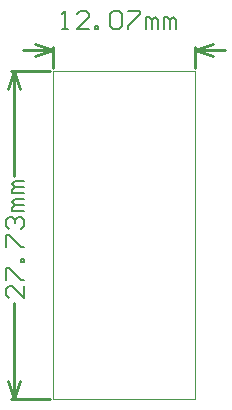
<source format=gm1>
G04*
G04 #@! TF.GenerationSoftware,Altium Limited,Altium Designer,22.2.1 (43)*
G04*
G04 Layer_Color=16711935*
%FSLAX25Y25*%
%MOIN*%
G70*
G04*
G04 #@! TF.SameCoordinates,6C260533-CC90-43CD-92D9-51A3DE8ADA06*
G04*
G04*
G04 #@! TF.FilePolarity,Positive*
G04*
G01*
G75*
%ADD11C,0.01000*%
%ADD12C,0.00600*%
%ADD43C,0.00000*%
D11*
X47500Y116142D02*
X53500Y118142D01*
X47500Y116142D02*
X53500Y114142D01*
X-6000D02*
X0Y116142D01*
X-6000Y118142D02*
X0Y116142D01*
X47500D02*
X57500D01*
X-10000D02*
X0D01*
Y110185D02*
Y117142D01*
X47500Y110185D02*
Y117142D01*
X-13000Y109185D02*
X-11000Y103185D01*
X-15000D02*
X-13000Y109185D01*
X-15000Y6000D02*
X-13000Y0D01*
X-11000Y6000D01*
X-13000Y74086D02*
Y109185D01*
Y0D02*
Y31899D01*
X-14000Y109185D02*
X-1000D01*
X-14000Y0D02*
X-1000D01*
D12*
X3156Y123340D02*
X5156D01*
X4156D01*
Y129338D01*
X3156Y128338D01*
X12153Y123340D02*
X8155D01*
X12153Y127339D01*
Y128338D01*
X11153Y129338D01*
X9154D01*
X8155Y128338D01*
X14153Y123340D02*
Y124339D01*
X15152D01*
Y123340D01*
X14153D01*
X19151Y128338D02*
X20151Y129338D01*
X22150D01*
X23150Y128338D01*
Y124339D01*
X22150Y123340D01*
X20151D01*
X19151Y124339D01*
Y128338D01*
X25149Y129338D02*
X29148D01*
Y128338D01*
X25149Y124339D01*
Y123340D01*
X31147D02*
Y127339D01*
X32147D01*
X33146Y126339D01*
Y123340D01*
Y126339D01*
X34146Y127339D01*
X35146Y126339D01*
Y123340D01*
X37145D02*
Y127339D01*
X38145D01*
X39145Y126339D01*
Y123340D01*
Y126339D01*
X40144Y127339D01*
X41144Y126339D01*
Y123340D01*
X-9401Y37497D02*
Y33499D01*
X-13400Y37497D01*
X-14399D01*
X-15399Y36498D01*
Y34499D01*
X-14399Y33499D01*
X-15399Y39497D02*
Y43496D01*
X-14399D01*
X-10401Y39497D01*
X-9401D01*
Y45495D02*
X-10401D01*
Y46495D01*
X-9401D01*
Y45495D01*
X-15399Y50493D02*
Y54492D01*
X-14399D01*
X-10401Y50493D01*
X-9401D01*
X-14399Y56491D02*
X-15399Y57491D01*
Y59490D01*
X-14399Y60490D01*
X-13400D01*
X-12400Y59490D01*
Y58491D01*
Y59490D01*
X-11400Y60490D01*
X-10401D01*
X-9401Y59490D01*
Y57491D01*
X-10401Y56491D01*
X-9401Y62489D02*
X-13400D01*
Y63489D01*
X-12400Y64489D01*
X-9401D01*
X-12400D01*
X-13400Y65488D01*
X-12400Y66488D01*
X-9401D01*
Y68488D02*
X-13400D01*
Y69487D01*
X-12400Y70487D01*
X-9401D01*
X-12400D01*
X-13400Y71487D01*
X-12400Y72486D01*
X-9401D01*
D43*
X0Y0D02*
Y109185D01*
Y0D02*
X47500D01*
Y109185D01*
X0D02*
X47500D01*
M02*

</source>
